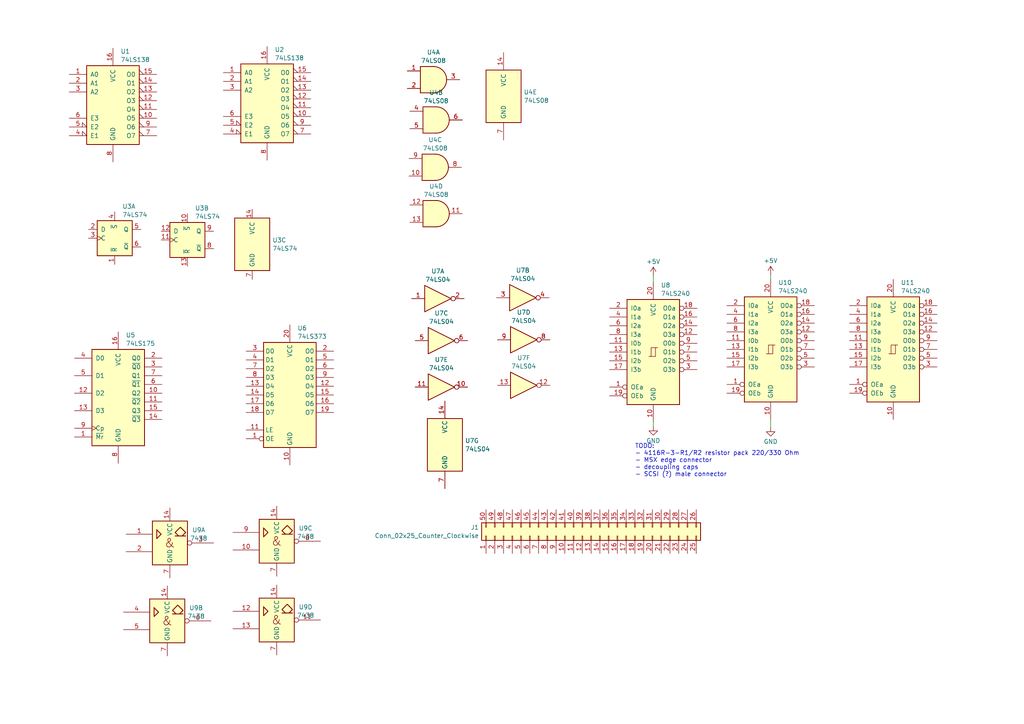
<source format=kicad_sch>
(kicad_sch (version 20230121) (generator eeschema)
  (paper "A4")
  (title_block (title "Philips NMS 210 CDROM interface") (date "2024-06-16") (rev "0.1") (company "Jurgen Kramer"))
  (lib_symbols
    (symbol "74xx:74LS04"
      (property "Reference" "U" (at 0 1.27 0))
      (property "Value" "74LS04" (at 0 -1.27 0))
      (symbol "74LS04_1_0"
        (polyline (pts (xy -3.81 3.81) (xy -3.81 -3.81) (xy 3.81 0) (xy -3.81 3.81)) (stroke (width 0.254)) (fill (type background)))
        (pin input line (at -7.62 0 0) (length 3.81) (name "~") (number "1"))
        (pin output inverted (at 7.62 0 180) (length 3.81) (name "~") (number "2"))
      )
      (symbol "74LS04_2_0"
        (polyline (pts (xy -3.81 3.81) (xy -3.81 -3.81) (xy 3.81 0) (xy -3.81 3.81)) (stroke (width 0.254)) (fill (type background)))
        (pin input line (at -7.62 0 0) (length 3.81) (name "~") (number "3"))
        (pin output inverted (at 7.62 0 180) (length 3.81) (name "~") (number "4"))
      )
      (symbol "74LS04_3_0"
        (polyline (pts (xy -3.81 3.81) (xy -3.81 -3.81) (xy 3.81 0) (xy -3.81 3.81)) (stroke (width 0.254)) (fill (type background)))
        (pin input line (at -7.62 0 0) (length 3.81) (name "~") (number "5"))
        (pin output inverted (at 7.62 0 180) (length 3.81) (name "~") (number "6"))
      )
      (symbol "74LS04_4_0"
        (polyline (pts (xy -3.81 3.81) (xy -3.81 -3.81) (xy 3.81 0) (xy -3.81 3.81)) (stroke (width 0.254)) (fill (type background)))
        (pin output inverted (at 7.62 0 180) (length 3.81) (name "~") (number "8"))
        (pin input line (at -7.62 0 0) (length 3.81) (name "~") (number "9"))
      )
      (symbol "74LS04_5_0"
        (polyline (pts (xy -3.81 3.81) (xy -3.81 -3.81) (xy 3.81 0) (xy -3.81 3.81)) (stroke (width 0.254)) (fill (type background)))
        (pin output inverted (at 7.62 0 180) (length 3.81) (name "~") (number "10"))
        (pin input line (at -7.62 0 0) (length 3.81) (name "~") (number "11"))
      )
      (symbol "74LS04_6_0"
        (polyline (pts (xy -3.81 3.81) (xy -3.81 -3.81) (xy 3.81 0) (xy -3.81 3.81)) (stroke (width 0.254)) (fill (type background)))
        (pin output inverted (at 7.62 0 180) (length 3.81) (name "~") (number "12"))
        (pin input line (at -7.62 0 0) (length 3.81) (name "~") (number "13"))
      )
      (symbol "74LS04_7_0"
        (pin power_in line (at 0 12.7 270) (length 5.08) (name "VCC") (number "14"))
        (pin power_in line (at 0 -12.7 90) (length 5.08) (name "GND") (number "7"))
      )
      (symbol "74LS04_7_1"
        (rectangle (start -5.08 7.62) (end 5.08 -7.62) (stroke (width 0.254)) (fill (type background)))
      )
    )
    (symbol "74xx:74LS08" (pin_names (offset 1.016))
      (property "Reference" "U" (at 0 1.27 0))
      (property "Value" "74LS08" (at 0 -1.27 0))
      (symbol "74LS08_1_1"
        (arc (start 0 -3.81) (mid 3.7934 0) (end 0 3.81) (stroke (width 0.254)) (fill (type background)))
        (polyline (pts (xy 0 3.81) (xy -3.81 3.81) (xy -3.81 -3.81) (xy 0 -3.81)) (stroke (width 0.254)) (fill (type background)))
        (pin input line (at -7.62 2.54 0) (length 3.81) (name "~") (number "1"))
        (pin input line (at -7.62 -2.54 0) (length 3.81) (name "~") (number "2"))
        (pin output line (at 7.62 0 180) (length 3.81) (name "~") (number "3"))
      )
      (symbol "74LS08_1_2"
        (arc (start -3.81 -3.81) (mid -2.589 0) (end -3.81 3.81) (stroke (width 0.254)))
        (arc (start -0.6096 -3.81) (mid 2.1842 -2.5851) (end 3.81 0) (stroke (width 0.254)) (fill (type background)))
        (polyline (pts (xy -3.81 -3.81) (xy -0.635 -3.81)) (stroke (width 0.254)) (fill (type background)))
        (polyline (pts (xy -3.81 3.81) (xy -0.635 3.81)) (stroke (width 0.254)) (fill (type background)))
        (polyline (pts (xy -0.635 3.81) (xy -3.81 3.81) (xy -3.81 3.81) (xy -3.556 3.4036) (xy -3.0226 2.2606) (xy -2.6924 1.0414) (xy -2.6162 -0.254) (xy -2.7686 -1.4986) (xy -3.175 -2.7178) (xy -3.81 -3.81) (xy -3.81 -3.81) (xy -0.635 -3.81)) (stroke (width -25.4)) (fill (type background)))
        (arc (start 3.81 0) (mid 2.1915 2.5936) (end -0.6096 3.81) (stroke (width 0.254)) (fill (type background)))
        (pin input inverted (at -7.62 2.54 0) (length 4.318) (name "~") (number "1"))
        (pin input inverted (at -7.62 -2.54 0) (length 4.318) (name "~") (number "2"))
        (pin output inverted (at 7.62 0 180) (length 3.81) (name "~") (number "3"))
      )
      (symbol "74LS08_2_1"
        (arc (start 0 -3.81) (mid 3.7934 0) (end 0 3.81) (stroke (width 0.254)) (fill (type background)))
        (polyline (pts (xy 0 3.81) (xy -3.81 3.81) (xy -3.81 -3.81) (xy 0 -3.81)) (stroke (width 0.254)) (fill (type background)))
        (pin input line (at -7.62 2.54 0) (length 3.81) (name "~") (number "4"))
        (pin input line (at -7.62 -2.54 0) (length 3.81) (name "~") (number "5"))
        (pin output line (at 7.62 0 180) (length 3.81) (name "~") (number "6"))
      )
      (symbol "74LS08_2_2"
        (arc (start -3.81 -3.81) (mid -2.589 0) (end -3.81 3.81) (stroke (width 0.254)))
        (arc (start -0.6096 -3.81) (mid 2.1842 -2.5851) (end 3.81 0) (stroke (width 0.254)) (fill (type background)))
        (polyline (pts (xy -3.81 -3.81) (xy -0.635 -3.81)) (stroke (width 0.254)) (fill (type background)))
        (polyline (pts (xy -3.81 3.81) (xy -0.635 3.81)) (stroke (width 0.254)) (fill (type background)))
        (polyline (pts (xy -0.635 3.81) (xy -3.81 3.81) (xy -3.81 3.81) (xy -3.556 3.4036) (xy -3.0226 2.2606) (xy -2.6924 1.0414) (xy -2.6162 -0.254) (xy -2.7686 -1.4986) (xy -3.175 -2.7178) (xy -3.81 -3.81) (xy -3.81 -3.81) (xy -0.635 -3.81)) (stroke (width -25.4)) (fill (type background)))
        (arc (start 3.81 0) (mid 2.1915 2.5936) (end -0.6096 3.81) (stroke (width 0.254)) (fill (type background)))
        (pin input inverted (at -7.62 2.54 0) (length 4.318) (name "~") (number "4"))
        (pin input inverted (at -7.62 -2.54 0) (length 4.318) (name "~") (number "5"))
        (pin output inverted (at 7.62 0 180) (length 3.81) (name "~") (number "6"))
      )
      (symbol "74LS08_3_1"
        (arc (start 0 -3.81) (mid 3.7934 0) (end 0 3.81) (stroke (width 0.254)) (fill (type background)))
        (polyline (pts (xy 0 3.81) (xy -3.81 3.81) (xy -3.81 -3.81) (xy 0 -3.81)) (stroke (width 0.254)) (fill (type background)))
        (pin input line (at -7.62 -2.54 0) (length 3.81) (name "~") (number "10"))
        (pin output line (at 7.62 0 180) (length 3.81) (name "~") (number "8"))
        (pin input line (at -7.62 2.54 0) (length 3.81) (name "~") (number "9"))
      )
      (symbol "74LS08_3_2"
        (arc (start -3.81 -3.81) (mid -2.589 0) (end -3.81 3.81) (stroke (width 0.254)))
        (arc (start -0.6096 -3.81) (mid 2.1842 -2.5851) (end 3.81 0) (stroke (width 0.254)) (fill (type background)))
        (polyline (pts (xy -3.81 -3.81) (xy -0.635 -3.81)) (stroke (width 0.254)) (fill (type background)))
        (polyline (pts (xy -3.81 3.81) (xy -0.635 3.81)) (stroke (width 0.254)) (fill (type background)))
        (polyline (pts (xy -0.635 3.81) (xy -3.81 3.81) (xy -3.81 3.81) (xy -3.556 3.4036) (xy -3.0226 2.2606) (xy -2.6924 1.0414) (xy -2.6162 -0.254) (xy -2.7686 -1.4986) (xy -3.175 -2.7178) (xy -3.81 -3.81) (xy -3.81 -3.81) (xy -0.635 -3.81)) (stroke (width -25.4)) (fill (type background)))
        (arc (start 3.81 0) (mid 2.1915 2.5936) (end -0.6096 3.81) (stroke (width 0.254)) (fill (type background)))
        (pin input inverted (at -7.62 -2.54 0) (length 4.318) (name "~") (number "10"))
        (pin output inverted (at 7.62 0 180) (length 3.81) (name "~") (number "8"))
        (pin input inverted (at -7.62 2.54 0) (length 4.318) (name "~") (number "9"))
      )
      (symbol "74LS08_4_1"
        (arc (start 0 -3.81) (mid 3.7934 0) (end 0 3.81) (stroke (width 0.254)) (fill (type background)))
        (polyline (pts (xy 0 3.81) (xy -3.81 3.81) (xy -3.81 -3.81) (xy 0 -3.81)) (stroke (width 0.254)) (fill (type background)))
        (pin output line (at 7.62 0 180) (length 3.81) (name "~") (number "11"))
        (pin input line (at -7.62 2.54 0) (length 3.81) (name "~") (number "12"))
        (pin input line (at -7.62 -2.54 0) (length 3.81) (name "~") (number "13"))
      )
      (symbol "74LS08_4_2"
        (arc (start -3.81 -3.81) (mid -2.589 0) (end -3.81 3.81) (stroke (width 0.254)))
        (arc (start -0.6096 -3.81) (mid 2.1842 -2.5851) (end 3.81 0) (stroke (width 0.254)) (fill (type background)))
        (polyline (pts (xy -3.81 -3.81) (xy -0.635 -3.81)) (stroke (width 0.254)) (fill (type background)))
        (polyline (pts (xy -3.81 3.81) (xy -0.635 3.81)) (stroke (width 0.254)) (fill (type background)))
        (polyline (pts (xy -0.635 3.81) (xy -3.81 3.81) (xy -3.81 3.81) (xy -3.556 3.4036) (xy -3.0226 2.2606) (xy -2.6924 1.0414) (xy -2.6162 -0.254) (xy -2.7686 -1.4986) (xy -3.175 -2.7178) (xy -3.81 -3.81) (xy -3.81 -3.81) (xy -0.635 -3.81)) (stroke (width -25.4)) (fill (type background)))
        (arc (start 3.81 0) (mid 2.1915 2.5936) (end -0.6096 3.81) (stroke (width 0.254)) (fill (type background)))
        (pin output inverted (at 7.62 0 180) (length 3.81) (name "~") (number "11"))
        (pin input inverted (at -7.62 2.54 0) (length 4.318) (name "~") (number "12"))
        (pin input inverted (at -7.62 -2.54 0) (length 4.318) (name "~") (number "13"))
      )
      (symbol "74LS08_5_0"
        (pin power_in line (at 0 12.7 270) (length 5.08) (name "VCC") (number "14"))
        (pin power_in line (at 0 -12.7 90) (length 5.08) (name "GND") (number "7"))
      )
      (symbol "74LS08_5_1"
        (rectangle (start -5.08 7.62) (end 5.08 -7.62) (stroke (width 0.254)) (fill (type background)))
      )
    )
    (symbol "74xx:74LS138" (pin_names (offset 1.016))
      (property "Reference" "U" (at -7.62 11.43 0))
      (property "Value" "74LS138" (at -7.62 -13.97 0))
      (symbol "74LS138_1_0"
        (pin input line (at -12.7 7.62 0) (length 5.08) (name "A0") (number "1"))
        (pin output output_low (at 12.7 -5.08 180) (length 5.08) (name "O5") (number "10"))
        (pin output output_low (at 12.7 -2.54 180) (length 5.08) (name "O4") (number "11"))
        (pin output output_low (at 12.7 0 180) (length 5.08) (name "O3") (number "12"))
        (pin output output_low (at 12.7 2.54 180) (length 5.08) (name "O2") (number "13"))
        (pin output output_low (at 12.7 5.08 180) (length 5.08) (name "O1") (number "14"))
        (pin output output_low (at 12.7 7.62 180) (length 5.08) (name "O0") (number "15"))
        (pin power_in line (at 0 15.24 270) (length 5.08) (name "VCC") (number "16"))
        (pin input line (at -12.7 5.08 0) (length 5.08) (name "A1") (number "2"))
        (pin input line (at -12.7 2.54 0) (length 5.08) (name "A2") (number "3"))
        (pin input input_low (at -12.7 -10.16 0) (length 5.08) (name "E1") (number "4"))
        (pin input input_low (at -12.7 -7.62 0) (length 5.08) (name "E2") (number "5"))
        (pin input line (at -12.7 -5.08 0) (length 5.08) (name "E3") (number "6"))
        (pin output output_low (at 12.7 -10.16 180) (length 5.08) (name "O7") (number "7"))
        (pin power_in line (at 0 -17.78 90) (length 5.08) (name "GND") (number "8"))
        (pin output output_low (at 12.7 -7.62 180) (length 5.08) (name "O6") (number "9"))
      )
      (symbol "74LS138_1_1"
        (rectangle (start -7.62 10.16) (end 7.62 -12.7) (stroke (width 0.254)) (fill (type background)))
      )
    )
    (symbol "74xx:74LS175" (pin_names (offset 1.016))
      (property "Reference" "U" (at -7.62 13.97 0))
      (property "Value" "74LS175" (at -7.62 -16.51 0))
      (symbol "74LS175_1_0"
        (pin input line (at -12.7 -12.7 0) (length 5.08) (name "~{Mr}") (number "1"))
        (pin output line (at 12.7 0 180) (length 5.08) (name "Q2") (number "10"))
        (pin output line (at 12.7 -2.54 180) (length 5.08) (name "~{Q2}") (number "11"))
        (pin input line (at -12.7 0 0) (length 5.08) (name "D2") (number "12"))
        (pin input line (at -12.7 -5.08 0) (length 5.08) (name "D3") (number "13"))
        (pin output line (at 12.7 -7.62 180) (length 5.08) (name "~{Q3}") (number "14"))
        (pin output line (at 12.7 -5.08 180) (length 5.08) (name "Q3") (number "15"))
        (pin power_in line (at 0 17.78 270) (length 5.08) (name "VCC") (number "16"))
        (pin output line (at 12.7 10.16 180) (length 5.08) (name "Q0") (number "2"))
        (pin output line (at 12.7 7.62 180) (length 5.08) (name "~{Q0}") (number "3"))
        (pin input line (at -12.7 10.16 0) (length 5.08) (name "D0") (number "4"))
        (pin input line (at -12.7 5.08 0) (length 5.08) (name "D1") (number "5"))
        (pin output line (at 12.7 2.54 180) (length 5.08) (name "~{Q1}") (number "6"))
        (pin output line (at 12.7 5.08 180) (length 5.08) (name "Q1") (number "7"))
        (pin power_in line (at 0 -20.32 90) (length 5.08) (name "GND") (number "8"))
        (pin input clock (at -12.7 -10.16 0) (length 5.08) (name "Cp") (number "9"))
      )
      (symbol "74LS175_1_1"
        (rectangle (start -7.62 12.7) (end 7.62 -15.24) (stroke (width 0.254)) (fill (type background)))
      )
    )
    (symbol "74xx:74LS240" (pin_names (offset 1.016))
      (property "Reference" "U" (at -7.62 16.51 0))
      (property "Value" "74LS240" (at -7.62 -16.51 0))
      (symbol "74LS240_1_0"
        (polyline (pts (xy -0.635 -1.27) (xy -0.635 1.27) (xy 0.635 1.27)))
        (polyline (pts (xy -1.27 -1.27) (xy 0.635 -1.27) (xy 0.635 1.27) (xy 1.27 1.27)))
        (pin input inverted (at -12.7 -10.16 0) (length 5.08) (name "OEa") (number "1"))
        (pin power_in line (at 0 -20.32 90) (length 5.08) (name "GND") (number "10"))
        (pin input line (at -12.7 2.54 0) (length 5.08) (name "I0b") (number "11"))
        (pin tri_state inverted (at 12.7 5.08 180) (length 5.08) (name "O3a") (number "12"))
        (pin input line (at -12.7 0 0) (length 5.08) (name "I1b") (number "13"))
        (pin tri_state inverted (at 12.7 7.62 180) (length 5.08) (name "O2a") (number "14"))
        (pin input line (at -12.7 -2.54 0) (length 5.08) (name "I2b") (number "15"))
        (pin tri_state inverted (at 12.7 10.16 180) (length 5.08) (name "O1a") (number "16"))
        (pin input line (at -12.7 -5.08 0) (length 5.08) (name "I3b") (number "17"))
        (pin tri_state inverted (at 12.7 12.7 180) (length 5.08) (name "O0a") (number "18"))
        (pin input inverted (at -12.7 -12.7 0) (length 5.08) (name "OEb") (number "19"))
        (pin input line (at -12.7 12.7 0) (length 5.08) (name "I0a") (number "2"))
        (pin power_in line (at 0 20.32 270) (length 5.08) (name "VCC") (number "20"))
        (pin tri_state inverted (at 12.7 -5.08 180) (length 5.08) (name "O3b") (number "3"))
        (pin input line (at -12.7 10.16 0) (length 5.08) (name "I1a") (number "4"))
        (pin tri_state inverted (at 12.7 -2.54 180) (length 5.08) (name "O2b") (number "5"))
        (pin input line (at -12.7 7.62 0) (length 5.08) (name "I2a") (number "6"))
        (pin tri_state inverted (at 12.7 0 180) (length 5.08) (name "O1b") (number "7"))
        (pin input line (at -12.7 5.08 0) (length 5.08) (name "I3a") (number "8"))
        (pin tri_state inverted (at 12.7 2.54 180) (length 5.08) (name "O0b") (number "9"))
      )
      (symbol "74LS240_1_1"
        (rectangle (start -7.62 15.24) (end 7.62 -15.24) (stroke (width 0.254)) (fill (type background)))
      )
    )
    (symbol "74xx:74LS373"
      (property "Reference" "U" (at -7.62 16.51 0))
      (property "Value" "74LS373" (at -7.62 -16.51 0))
      (symbol "74LS373_1_0"
        (pin input inverted (at -12.7 -12.7 0) (length 5.08) (name "OE") (number "1"))
        (pin power_in line (at 0 -20.32 90) (length 5.08) (name "GND") (number "10"))
        (pin input line (at -12.7 -10.16 0) (length 5.08) (name "LE") (number "11"))
        (pin tri_state line (at 12.7 2.54 180) (length 5.08) (name "O4") (number "12"))
        (pin input line (at -12.7 2.54 0) (length 5.08) (name "D4") (number "13"))
        (pin input line (at -12.7 0 0) (length 5.08) (name "D5") (number "14"))
        (pin tri_state line (at 12.7 0 180) (length 5.08) (name "O5") (number "15"))
        (pin tri_state line (at 12.7 -2.54 180) (length 5.08) (name "O6") (number "16"))
        (pin input line (at -12.7 -2.54 0) (length 5.08) (name "D6") (number "17"))
        (pin input line (at -12.7 -5.08 0) (length 5.08) (name "D7") (number "18"))
        (pin tri_state line (at 12.7 -5.08 180) (length 5.08) (name "O7") (number "19"))
        (pin tri_state line (at 12.7 12.7 180) (length 5.08) (name "O0") (number "2"))
        (pin power_in line (at 0 20.32 270) (length 5.08) (name "VCC") (number "20"))
        (pin input line (at -12.7 12.7 0) (length 5.08) (name "D0") (number "3"))
        (pin input line (at -12.7 10.16 0) (length 5.08) (name "D1") (number "4"))
        (pin tri_state line (at 12.7 10.16 180) (length 5.08) (name "O1") (number "5"))
        (pin tri_state line (at 12.7 7.62 180) (length 5.08) (name "O2") (number "6"))
        (pin input line (at -12.7 7.62 0) (length 5.08) (name "D2") (number "7"))
        (pin input line (at -12.7 5.08 0) (length 5.08) (name "D3") (number "8"))
        (pin tri_state line (at 12.7 5.08 180) (length 5.08) (name "O3") (number "9"))
      )
      (symbol "74LS373_1_1"
        (rectangle (start -7.62 15.24) (end 7.62 -15.24) (stroke (width 0.254)) (fill (type background)))
      )
    )
    (symbol "74xx:74LS74" (pin_names (offset 1.016))
      (property "Reference" "U" (at -7.62 8.89 0))
      (property "Value" "74LS74" (at -7.62 -8.89 0))
      (symbol "74LS74_1_0"
        (pin input line (at 0 -7.62 90) (length 2.54) (name "~{R}") (number "1"))
        (pin input line (at -7.62 2.54 0) (length 2.54) (name "D") (number "2"))
        (pin input clock (at -7.62 0 0) (length 2.54) (name "C") (number "3"))
        (pin input line (at 0 7.62 270) (length 2.54) (name "~{S}") (number "4"))
        (pin output line (at 7.62 2.54 180) (length 2.54) (name "Q") (number "5"))
        (pin output line (at 7.62 -2.54 180) (length 2.54) (name "~{Q}") (number "6"))
      )
      (symbol "74LS74_1_1"
        (rectangle (start -5.08 5.08) (end 5.08 -5.08) (stroke (width 0.254)) (fill (type background)))
      )
      (symbol "74LS74_2_0"
        (pin input line (at 0 7.62 270) (length 2.54) (name "~{S}") (number "10"))
        (pin input clock (at -7.62 0 0) (length 2.54) (name "C") (number "11"))
        (pin input line (at -7.62 2.54 0) (length 2.54) (name "D") (number "12"))
        (pin input line (at 0 -7.62 90) (length 2.54) (name "~{R}") (number "13"))
        (pin output line (at 7.62 -2.54 180) (length 2.54) (name "~{Q}") (number "8"))
        (pin output line (at 7.62 2.54 180) (length 2.54) (name "Q") (number "9"))
      )
      (symbol "74LS74_2_1"
        (rectangle (start -5.08 5.08) (end 5.08 -5.08) (stroke (width 0.254)) (fill (type background)))
      )
      (symbol "74LS74_3_0"
        (pin power_in line (at 0 10.16 270) (length 2.54) (name "VCC") (number "14"))
        (pin power_in line (at 0 -10.16 90) (length 2.54) (name "GND") (number "7"))
      )
      (symbol "74LS74_3_1"
        (rectangle (start -5.08 7.62) (end 5.08 -7.62) (stroke (width 0.254)) (fill (type background)))
      )
    )
    (symbol "74xx_IEEE:7438"
      (property "Reference" "U" (at 2.54 7.62 0))
      (property "Value" "7438" (at 5.08 -7.62 0))
      (symbol "7438_0_0"
        (polyline (pts (xy -3.81 3.81) (xy -3.81 1.27) (xy -2.54 2.54) (xy -3.81 3.81) (xy -3.81 3.81)) (stroke (width 0.254)) (fill (type background)))
        (polyline (pts (xy 2.54 2.032) (xy 1.524 3.048) (xy 3.048 4.572) (xy 4.572 3.048) (xy 3.556 2.032) (xy 4.572 2.032) (xy 1.524 2.032) (xy 1.524 2.032)) (stroke (width 0.254)) (fill (type background)))
        (text "&" (at 0 0 0) (effects (font (size 2.54 2.54))))
        (pin power_in line (at 0 10.16 270) (length 3.81) (name "VCC") (number "14"))
      )
      (symbol "7438_0_1"
        (rectangle (start -5.08 6.35) (end 5.08 -6.35) (stroke (width 0.254)) (fill (type background)))
        (pin power_in line (at 0 -10.16 90) (length 3.81) (name "GND") (number "7"))
      )
      (symbol "7438_1_1"
        (pin input line (at -12.7 2.54 0) (length 7.62) (name "~") (number "1"))
        (pin input line (at -12.7 -2.54 0) (length 7.62) (name "~") (number "2"))
        (pin open_collector inverted (at 12.7 0 180) (length 7.62) (name "~") (number "3"))
      )
      (symbol "7438_2_1"
        (pin input line (at -12.7 2.54 0) (length 7.62) (name "~") (number "4"))
        (pin input line (at -12.7 -2.54 0) (length 7.62) (name "~") (number "5"))
        (pin open_collector inverted (at 12.7 0 180) (length 7.62) (name "~") (number "6"))
      )
      (symbol "7438_3_1"
        (pin input line (at -12.7 -2.54 0) (length 7.62) (name "~") (number "10"))
        (pin open_collector inverted (at 12.7 0 180) (length 7.62) (name "~") (number "8"))
        (pin input line (at -12.7 2.54 0) (length 7.62) (name "~") (number "9"))
      )
      (symbol "7438_4_1"
        (pin open_collector inverted (at 12.7 0 180) (length 7.62) (name "~") (number "11"))
        (pin input line (at -12.7 2.54 0) (length 7.62) (name "~") (number "12"))
        (pin input line (at -12.7 -2.54 0) (length 7.62) (name "~") (number "13"))
      )
    )
    (symbol "Connector_Generic:Conn_02x25_Counter_Clockwise" (pin_names (offset 1.016) hide)
      (property "Reference" "J" (at 1.27 33.02 0))
      (property "Value" "Conn_02x25_Counter_Clockwise" (at 1.27 -33.02 0))
      (symbol "Conn_02x25_Counter_Clockwise_1_1"
        (rectangle (start -1.27 -30.353) (end 0 -30.607) (stroke (width 0.1524)))
        (rectangle (start -1.27 -27.813) (end 0 -28.067) (stroke (width 0.1524)))
        (rectangle (start -1.27 -25.273) (end 0 -25.527) (stroke (width 0.1524)))
        (rectangle (start -1.27 -22.733) (end 0 -22.987) (stroke (width 0.1524)))
        (rectangle (start -1.27 -20.193) (end 0 -20.447) (stroke (width 0.1524)))
        (rectangle (start -1.27 -17.653) (end 0 -17.907) (stroke (width 0.1524)))
        (rectangle (start -1.27 -15.113) (end 0 -15.367) (stroke (width 0.1524)))
        (rectangle (start -1.27 -12.573) (end 0 -12.827) (stroke (width 0.1524)))
        (rectangle (start -1.27 -10.033) (end 0 -10.287) (stroke (width 0.1524)))
        (rectangle (start -1.27 -7.493) (end 0 -7.747) (stroke (width 0.1524)))
        (rectangle (start -1.27 -4.953) (end 0 -5.207) (stroke (width 0.1524)))
        (rectangle (start -1.27 -2.413) (end 0 -2.667) (stroke (width 0.1524)))
        (rectangle (start -1.27 0.127) (end 0 -0.127) (stroke (width 0.1524)))
        (rectangle (start -1.27 2.667) (end 0 2.413) (stroke (width 0.1524)))
        (rectangle (start -1.27 5.207) (end 0 4.953) (stroke (width 0.1524)))
        (rectangle (start -1.27 7.747) (end 0 7.493) (stroke (width 0.1524)))
        (rectangle (start -1.27 10.287) (end 0 10.033) (stroke (width 0.1524)))
        (rectangle (start -1.27 12.827) (end 0 12.573) (stroke (width 0.1524)))
        (rectangle (start -1.27 15.367) (end 0 15.113) (stroke (width 0.1524)))
        (rectangle (start -1.27 17.907) (end 0 17.653) (stroke (width 0.1524)))
        (rectangle (start -1.27 20.447) (end 0 20.193) (stroke (width 0.1524)))
        (rectangle (start -1.27 22.987) (end 0 22.733) (stroke (width 0.1524)))
        (rectangle (start -1.27 25.527) (end 0 25.273) (stroke (width 0.1524)))
        (rectangle (start -1.27 28.067) (end 0 27.813) (stroke (width 0.1524)))
        (rectangle (start -1.27 30.607) (end 0 30.353) (stroke (width 0.1524)))
        (rectangle (start -1.27 31.75) (end 3.81 -31.75) (stroke (width 0.254)) (fill (type background)))
        (rectangle (start 3.81 -30.353) (end 2.54 -30.607) (stroke (width 0.1524)))
        (rectangle (start 3.81 -27.813) (end 2.54 -28.067) (stroke (width 0.1524)))
        (rectangle (start 3.81 -25.273) (end 2.54 -25.527) (stroke (width 0.1524)))
        (rectangle (start 3.81 -22.733) (end 2.54 -22.987) (stroke (width 0.1524)))
        (rectangle (start 3.81 -20.193) (end 2.54 -20.447) (stroke (width 0.1524)))
        (rectangle (start 3.81 -17.653) (end 2.54 -17.907) (stroke (width 0.1524)))
        (rectangle (start 3.81 -15.113) (end 2.54 -15.367) (stroke (width 0.1524)))
        (rectangle (start 3.81 -12.573) (end 2.54 -12.827) (stroke (width 0.1524)))
        (rectangle (start 3.81 -10.033) (end 2.54 -10.287) (stroke (width 0.1524)))
        (rectangle (start 3.81 -7.493) (end 2.54 -7.747) (stroke (width 0.1524)))
        (rectangle (start 3.81 -4.953) (end 2.54 -5.207) (stroke (width 0.1524)))
        (rectangle (start 3.81 -2.413) (end 2.54 -2.667) (stroke (width 0.1524)))
        (rectangle (start 3.81 0.127) (end 2.54 -0.127) (stroke (width 0.1524)))
        (rectangle (start 3.81 2.667) (end 2.54 2.413) (stroke (width 0.1524)))
        (rectangle (start 3.81 5.207) (end 2.54 4.953) (stroke (width 0.1524)))
        (rectangle (start 3.81 7.747) (end 2.54 7.493) (stroke (width 0.1524)))
        (rectangle (start 3.81 10.287) (end 2.54 10.033) (stroke (width 0.1524)))
        (rectangle (start 3.81 12.827) (end 2.54 12.573) (stroke (width 0.1524)))
        (rectangle (start 3.81 15.367) (end 2.54 15.113) (stroke (width 0.1524)))
        (rectangle (start 3.81 17.907) (end 2.54 17.653) (stroke (width 0.1524)))
        (rectangle (start 3.81 20.447) (end 2.54 20.193) (stroke (width 0.1524)))
        (rectangle (start 3.81 22.987) (end 2.54 22.733) (stroke (width 0.1524)))
        (rectangle (start 3.81 25.527) (end 2.54 25.273) (stroke (width 0.1524)))
        (rectangle (start 3.81 28.067) (end 2.54 27.813) (stroke (width 0.1524)))
        (rectangle (start 3.81 30.607) (end 2.54 30.353) (stroke (width 0.1524)))
        (pin passive line (at -5.08 30.48 0) (length 3.81) (name "Pin_1") (number "1"))
        (pin passive line (at -5.08 7.62 0) (length 3.81) (name "Pin_10") (number "10"))
        (pin passive line (at -5.08 5.08 0) (length 3.81) (name "Pin_11") (number "11"))
        (pin passive line (at -5.08 2.54 0) (length 3.81) (name "Pin_12") (number "12"))
        (pin passive line (at -5.08 0 0) (length 3.81) (name "Pin_13") (number "13"))
        (pin passive line (at -5.08 -2.54 0) (length 3.81) (name "Pin_14") (number "14"))
        (pin passive line (at -5.08 -5.08 0) (length 3.81) (name "Pin_15") (number "15"))
        (pin passive line (at -5.08 -7.62 0) (length 3.81) (name "Pin_16") (number "16"))
        (pin passive line (at -5.08 -10.16 0) (length 3.81) (name "Pin_17") (number "17"))
        (pin passive line (at -5.08 -12.7 0) (length 3.81) (name "Pin_18") (number "18"))
        (pin passive line (at -5.08 -15.24 0) (length 3.81) (name "Pin_19") (number "19"))
        (pin passive line (at -5.08 27.94 0) (length 3.81) (name "Pin_2") (number "2"))
        (pin passive line (at -5.08 -17.78 0) (length 3.81) (name "Pin_20") (number "20"))
        (pin passive line (at -5.08 -20.32 0) (length 3.81) (name "Pin_21") (number "21"))
        (pin passive line (at -5.08 -22.86 0) (length 3.81) (name "Pin_22") (number "22"))
        (pin passive line (at -5.08 -25.4 0) (length 3.81) (name "Pin_23") (number "23"))
        (pin passive line (at -5.08 -27.94 0) (length 3.81) (name "Pin_24") (number "24"))
        (pin passive line (at -5.08 -30.48 0) (length 3.81) (name "Pin_25") (number "25"))
        (pin passive line (at 7.62 -30.48 180) (length 3.81) (name "Pin_26") (number "26"))
        (pin passive line (at 7.62 -27.94 180) (length 3.81) (name "Pin_27") (number "27"))
        (pin passive line (at 7.62 -25.4 180) (length 3.81) (name "Pin_28") (number "28"))
        (pin passive line (at 7.62 -22.86 180) (length 3.81) (name "Pin_29") (number "29"))
        (pin passive line (at -5.08 25.4 0) (length 3.81) (name "Pin_3") (number "3"))
        (pin passive line (at 7.62 -20.32 180) (length 3.81) (name "Pin_30") (number "30"))
        (pin passive line (at 7.62 -17.78 180) (length 3.81) (name "Pin_31") (number "31"))
        (pin passive line (at 7.62 -15.24 180) (length 3.81) (name "Pin_32") (number "32"))
        (pin passive line (at 7.62 -12.7 180) (length 3.81) (name "Pin_33") (number "33"))
        (pin passive line (at 7.62 -10.16 180) (length 3.81) (name "Pin_34") (number "34"))
        (pin passive line (at 7.62 -7.62 180) (length 3.81) (name "Pin_35") (number "35"))
        (pin passive line (at 7.62 -5.08 180) (length 3.81) (name "Pin_36") (number "36"))
        (pin passive line (at 7.62 -2.54 180) (length 3.81) (name "Pin_37") (number "37"))
        (pin passive line (at 7.62 0 180) (length 3.81) (name "Pin_38") (number "38"))
        (pin passive line (at 7.62 2.54 180) (length 3.81) (name "Pin_39") (number "39"))
        (pin passive line (at -5.08 22.86 0) (length 3.81) (name "Pin_4") (number "4"))
        (pin passive line (at 7.62 5.08 180) (length 3.81) (name "Pin_40") (number "40"))
        (pin passive line (at 7.62 7.62 180) (length 3.81) (name "Pin_41") (number "41"))
        (pin passive line (at 7.62 10.16 180) (length 3.81) (name "Pin_42") (number "42"))
        (pin passive line (at 7.62 12.7 180) (length 3.81) (name "Pin_43") (number "43"))
        (pin passive line (at 7.62 15.24 180) (length 3.81) (name "Pin_44") (number "44"))
        (pin passive line (at 7.62 17.78 180) (length 3.81) (name "Pin_45") (number "45"))
        (pin passive line (at 7.62 20.32 180) (length 3.81) (name "Pin_46") (number "46"))
        (pin passive line (at 7.62 22.86 180) (length 3.81) (name "Pin_47") (number "47"))
        (pin passive line (at 7.62 25.4 180) (length 3.81) (name "Pin_48") (number "48"))
        (pin passive line (at 7.62 27.94 180) (length 3.81) (name "Pin_49") (number "49"))
        (pin passive line (at -5.08 20.32 0) (length 3.81) (name "Pin_5") (number "5"))
        (pin passive line (at 7.62 30.48 180) (length 3.81) (name "Pin_50") (number "50"))
        (pin passive line (at -5.08 17.78 0) (length 3.81) (name "Pin_6") (number "6"))
        (pin passive line (at -5.08 15.24 0) (length 3.81) (name "Pin_7") (number "7"))
        (pin passive line (at -5.08 12.7 0) (length 3.81) (name "Pin_8") (number "8"))
        (pin passive line (at -5.08 10.16 0) (length 3.81) (name "Pin_9") (number "9"))
      )
    )
    (symbol "power:+5V" (power) (pin_names (offset 0))
      (property "Value" "+5V" (at 0 3.556 0))
      (symbol "+5V_0_1"
        (polyline (pts (xy -0.762 1.27) (xy 0 2.54)))
        (polyline (pts (xy 0 0) (xy 0 2.54)))
        (polyline (pts (xy 0 2.54) (xy 0.762 1.27)))
      )
      (symbol "+5V_1_1"
        (pin power_in line (at 0 0 90) (length 0) hide (name "+5V") (number "1"))
      )
    )
    (symbol "power:GND" (power) (pin_names (offset 0))
      (property "Value" "GND" (at 0 -3.81 0))
      (symbol "GND_0_1"
        (polyline (pts (xy 0 0) (xy 0 -1.27) (xy 1.27 -1.27) (xy 0 -2.54) (xy -1.27 -1.27) (xy 0 -1.27)))
      )
      (symbol "GND_1_1"
        (pin power_in line (at 0 0 270) (length 0) hide (name "GND") (number "1"))
      )
    )
  )
  (wire (pts (xy 223.52 121.666) (xy 223.52 123.952)))
  (wire (pts (xy 189.484 122.428) (xy 189.484 123.698)))
  (wire (pts (xy 189.484 80.01) (xy 189.484 81.788)))
  (wire (pts (xy 223.52 79.756) (xy 223.52 81.026)))
  (text "TODO:\n- 4116R-3-R1/R2 resistor pack 220/330 Ohm\n- MSX edge connector\n- decoupling caps\n- SCSI (?) male connector" (at 184.15 138.43 0) (effects (font (size 1.27 1.27)) (justify left bottom)))
  (symbol (lib_id "74xx:74LS04") (at 128.016 98.806 0) (unit 3)
    (property "Reference" "U7" (at 128.016 90.8517 0))
    (property "Value" "74LS04" (at 128.016 93.2759 0))
    (property "Footprint" "Package_DIP:CERDIP-14_W7.62mm_SideBrazed" (effects hide))
    (property "Datasheet" "http://www.ti.com/lit/gpn/sn74LS04" (effects hide))
  )
  (symbol (lib_id "74xx:74LS08") (at 125.73 23.114 0) (unit 1)
    (property "Reference" "U4" (at 125.7217 15.1597 0))
    (property "Value" "74LS08" (at 125.7217 17.5839 0))
    (property "Footprint" "Package_DIP:CERDIP-14_W7.62mm_SideBrazed" (effects hide))
    (property "Datasheet" "http://www.ti.com/lit/gpn/sn74LS08" (effects hide))
  )
  (symbol (lib_id "74xx:74LS138") (at 77.47 28.702 0) (unit 1)
    (property "Reference" "U2" (at 79.6641 14.3977 0) (effects (justify left)))
    (property "Value" "74LS138" (at 79.6641 16.8219 0) (effects (justify left)))
    (property "Footprint" "Package_DIP:CERDIP-16_W7.62mm_SideBrazed" (effects hide))
    (property "Datasheet" "http://www.ti.com/lit/gpn/sn74LS138" (effects hide))
  )
  (symbol (lib_id "74xx:74LS240") (at 259.08 101.346 0) (unit 1)
    (property "Reference" "U11" (at 261.2741 81.9617 0) (effects (justify left)))
    (property "Value" "74LS240" (at 261.2741 84.3859 0) (effects (justify left)))
    (property "Footprint" "Package_DIP:CERDIP-20_W7.62mm_SideBrazed" (effects hide))
    (property "Datasheet" "http://www.ti.com/lit/ds/symlink/sn74ls240.pdf" (effects hide))
  )
  (symbol (lib_id "power:GND") (at 223.52 123.952 0) (unit 1)
    (property "Reference" "#PWR04" (effects hide))
    (property "Value" "GND" (at 223.52 128.0851 0))
  )
  (symbol (lib_id "74xx:74LS04") (at 151.638 86.36 0) (unit 2)
    (property "Reference" "U7" (at 151.638 78.4057 0))
    (property "Value" "74LS04" (at 151.638 80.8299 0))
    (property "Footprint" "Package_DIP:CERDIP-14_W7.62mm_SideBrazed" (effects hide))
    (property "Datasheet" "http://www.ti.com/lit/gpn/sn74LS04" (effects hide))
  )
  (symbol (lib_id "74xx:74LS175") (at 34.29 114.046 0) (unit 1)
    (property "Reference" "U5" (at 36.4841 97.2017 0) (effects (justify left)))
    (property "Value" "74LS175" (at 36.4841 99.6259 0) (effects (justify left)))
    (property "Footprint" "Package_DIP:CERDIP-16_W7.62mm_SideBrazed" (effects hide))
    (property "Datasheet" "http://www.ti.com/lit/gpn/sn74LS175" (effects hide))
  )
  (symbol (lib_id "74xx:74LS138") (at 32.766 29.21 0) (unit 1)
    (property "Reference" "U1" (at 34.9601 14.9057 0) (effects (justify left)))
    (property "Value" "74LS138" (at 34.9601 17.3299 0) (effects (justify left)))
    (property "Footprint" "Package_DIP:CERDIP-16_W7.62mm_SideBrazed" (effects hide))
    (property "Datasheet" "http://www.ti.com/lit/gpn/sn74LS138" (effects hide))
  )
  (symbol (lib_id "74xx:74LS373") (at 84.074 114.554 0) (unit 1)
    (property "Reference" "U6" (at 86.2681 95.1697 0) (effects (justify left)))
    (property "Value" "74LS373" (at 86.2681 97.5939 0) (effects (justify left)))
    (property "Footprint" "Package_DIP:CERDIP-20_W7.62mm_SideBrazed" (effects hide))
    (property "Datasheet" "http://www.ti.com/lit/gpn/sn74LS373" (effects hide))
  )
  (symbol (lib_id "power:+5V") (at 223.52 79.756 0) (unit 1)
    (property "Reference" "#PWR02" (effects hide))
    (property "Value" "+5V" (at 223.52 75.6229 0))
  )
  (symbol (lib_id "74xx:74LS74") (at 73.152 70.866 0) (unit 3)
    (property "Reference" "U3" (at 78.994 69.6539 0) (effects (justify left)))
    (property "Value" "74LS74" (at 78.994 72.0781 0) (effects (justify left)))
    (property "Footprint" "Package_DIP:CERDIP-14_W7.62mm_SideBrazed" (effects hide))
    (property "Datasheet" "74xx/74hc_hct74.pdf" (effects hide))
  )
  (symbol (lib_id "74xx:74LS04") (at 128.016 112.268 0) (unit 5)
    (property "Reference" "U7" (at 128.016 104.3137 0))
    (property "Value" "74LS04" (at 128.016 106.7379 0))
    (property "Footprint" "Package_DIP:CERDIP-14_W7.62mm_SideBrazed" (effects hide))
    (property "Datasheet" "http://www.ti.com/lit/gpn/sn74LS04" (effects hide))
  )
  (symbol (lib_id "74xx:74LS04") (at 151.892 111.76 0) (unit 6)
    (property "Reference" "U7" (at 151.892 103.8057 0))
    (property "Value" "74LS04" (at 151.892 106.2299 0))
    (property "Footprint" "Package_DIP:CERDIP-14_W7.62mm_SideBrazed" (effects hide))
    (property "Datasheet" "http://www.ti.com/lit/gpn/sn74LS04" (effects hide))
  )
  (symbol (lib_id "74xx:74LS08") (at 146.05 27.94 0) (unit 5)
    (property "Reference" "U4" (at 151.892 26.7279 0) (effects (justify left)))
    (property "Value" "74LS08" (at 151.892 29.1521 0) (effects (justify left)))
    (property "Footprint" "Package_DIP:CERDIP-14_W7.62mm_SideBrazed" (effects hide))
    (property "Datasheet" "http://www.ti.com/lit/gpn/sn74LS08" (effects hide))
  )
  (symbol (lib_id "74xx:74LS04") (at 151.892 98.552 0) (unit 4)
    (property "Reference" "U7" (at 151.892 90.5977 0))
    (property "Value" "74LS04" (at 151.892 93.0219 0))
    (property "Footprint" "Package_DIP:CERDIP-14_W7.62mm_SideBrazed" (effects hide))
    (property "Datasheet" "http://www.ti.com/lit/gpn/sn74LS04" (effects hide))
  )
  (symbol (lib_id "74xx:74LS08") (at 126.492 34.798 0) (unit 2)
    (property "Reference" "U4" (at 126.4837 26.8437 0))
    (property "Value" "74LS08" (at 126.4837 29.2679 0))
    (property "Footprint" "Package_DIP:CERDIP-14_W7.62mm_SideBrazed" (effects hide))
    (property "Datasheet" "http://www.ti.com/lit/gpn/sn74LS08" (effects hide))
  )
  (symbol (lib_id "power:GND") (at 189.484 123.698 0) (unit 1)
    (property "Reference" "#PWR03" (effects hide))
    (property "Value" "GND" (at 189.484 127.8311 0))
  )
  (symbol (lib_id "74xx:74LS240") (at 223.52 101.346 0) (unit 1)
    (property "Reference" "U10" (at 225.7141 81.9617 0) (effects (justify left)))
    (property "Value" "74LS240" (at 225.7141 84.3859 0) (effects (justify left)))
    (property "Footprint" "Package_DIP:CERDIP-20_W7.62mm_SideBrazed" (effects hide))
    (property "Datasheet" "http://www.ti.com/lit/ds/symlink/sn74ls240.pdf" (effects hide))
  )
  (symbol (lib_id "74xx_IEEE:7438") (at 80.264 179.832 0) (unit 4)
    (property "Reference" "U9" (at 88.6362 176.0688 0))
    (property "Value" "7438" (at 88.6362 178.493 0))
    (property "Footprint" "Package_DIP:CERDIP-14_W7.62mm_SideBrazed" (effects hide))
  )
  (symbol (lib_id "74xx_IEEE:7438") (at 48.514 180.086 0) (unit 2)
    (property "Reference" "U9" (at 56.8862 176.3228 0))
    (property "Value" "7438" (at 56.8862 178.747 0))
    (property "Footprint" "Package_DIP:CERDIP-14_W7.62mm_SideBrazed" (effects hide))
  )
  (symbol (lib_id "Connector_Generic:Conn_02x25_Counter_Clockwise") (at 171.45 155.448 90) (unit 1)
    (property "Reference" "J1" (at 138.9381 152.9659 90) (effects (justify left)))
    (property "Value" "Conn_02x25_Counter_Clockwise" (at 138.9381 155.3901 90) (effects (justify left)))
    (property "Footprint" "Connector_PinHeader_2.54mm:PinHeader_2x25_P2.54mm_Horizontal" (effects hide))
  )
  (symbol (lib_id "74xx:74LS08") (at 126.492 61.976 0) (unit 4)
    (property "Reference" "U4" (at 126.4837 54.0217 0))
    (property "Value" "74LS08" (at 126.4837 56.4459 0))
    (property "Footprint" "Package_DIP:CERDIP-14_W7.62mm_SideBrazed" (effects hide))
    (property "Datasheet" "http://www.ti.com/lit/gpn/sn74LS08" (effects hide))
  )
  (symbol (lib_id "power:+5V") (at 189.484 80.01 0) (unit 1)
    (property "Reference" "#PWR01" (effects hide))
    (property "Value" "+5V" (at 189.484 75.8769 0))
  )
  (symbol (lib_id "74xx:74LS74") (at 54.356 69.596 0) (unit 2)
    (property "Reference" "U3" (at 56.5501 60.3717 0) (effects (justify left)))
    (property "Value" "74LS74" (at 56.5501 62.7959 0) (effects (justify left)))
    (property "Footprint" "Package_DIP:CERDIP-14_W7.62mm_SideBrazed" (effects hide))
    (property "Datasheet" "74xx/74hc_hct74.pdf" (effects hide))
  )
  (symbol (lib_id "74xx_IEEE:7438") (at 80.264 156.972 0) (unit 3)
    (property "Reference" "U9" (at 88.6362 153.2088 0))
    (property "Value" "7438" (at 88.6362 155.633 0))
    (property "Footprint" "Package_DIP:CERDIP-14_W7.62mm_SideBrazed" (effects hide))
  )
  (symbol (lib_id "74xx:74LS240") (at 189.484 102.108 0) (unit 1)
    (property "Reference" "U8" (at 191.6781 82.7237 0) (effects (justify left)))
    (property "Value" "74LS240" (at 191.6781 85.1479 0) (effects (justify left)))
    (property "Footprint" "Package_DIP:CERDIP-20_W7.62mm_SideBrazed" (effects hide))
    (property "Datasheet" "http://www.ti.com/lit/ds/symlink/sn74ls240.pdf" (effects hide))
  )
  (symbol (lib_id "74xx:74LS08") (at 126.238 48.514 0) (unit 3)
    (property "Reference" "U4" (at 126.2297 40.5597 0))
    (property "Value" "74LS08" (at 126.2297 42.9839 0))
    (property "Footprint" "Package_DIP:CERDIP-14_W7.62mm_SideBrazed" (effects hide))
    (property "Datasheet" "http://www.ti.com/lit/gpn/sn74LS08" (effects hide))
  )
  (symbol (lib_id "74xx:74LS04") (at 129.032 129.032 0) (unit 7)
    (property "Reference" "U7" (at 134.874 127.8199 0) (effects (justify left)))
    (property "Value" "74LS04" (at 134.874 130.2441 0) (effects (justify left)))
    (property "Footprint" "Package_DIP:CERDIP-14_W7.62mm_SideBrazed" (effects hide))
    (property "Datasheet" "http://www.ti.com/lit/gpn/sn74LS04" (effects hide))
  )
  (symbol (lib_id "74xx_IEEE:7438") (at 49.276 157.48 0) (unit 1)
    (property "Reference" "U9" (at 57.6482 153.7168 0))
    (property "Value" "7438" (at 57.6482 156.141 0))
    (property "Footprint" "Package_DIP:CERDIP-14_W7.62mm_SideBrazed" (effects hide))
  )
  (symbol (lib_id "74xx:74LS74") (at 33.274 69.088 0) (unit 1)
    (property "Reference" "U3" (at 35.4681 59.8637 0) (effects (justify left)))
    (property "Value" "74LS74" (at 35.4681 62.2879 0) (effects (justify left)))
    (property "Footprint" "Package_DIP:CERDIP-14_W7.62mm_SideBrazed" (effects hide))
    (property "Datasheet" "74xx/74hc_hct74.pdf" (effects hide))
  )
  (symbol (lib_id "74xx:74LS04") (at 127 86.614 0) (unit 1)
    (property "Reference" "U7" (at 127 78.6597 0))
    (property "Value" "74LS04" (at 127 81.0839 0))
    (property "Footprint" "Package_DIP:CERDIP-14_W7.62mm_SideBrazed" (effects hide))
    (property "Datasheet" "http://www.ti.com/lit/gpn/sn74LS04" (effects hide))
  )
)
</source>
